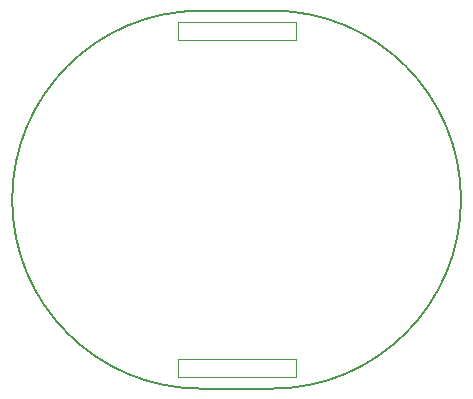
<source format=gbr>
G04 #@! TF.GenerationSoftware,KiCad,Pcbnew,5.1.9-73d0e3b20d~88~ubuntu20.04.1*
G04 #@! TF.CreationDate,2021-03-19T22:30:43+02:00*
G04 #@! TF.ProjectId,nRF5340-Wearable,6e524635-3334-4302-9d57-65617261626c,rev?*
G04 #@! TF.SameCoordinates,Original*
G04 #@! TF.FileFunction,Profile,NP*
%FSLAX46Y46*%
G04 Gerber Fmt 4.6, Leading zero omitted, Abs format (unit mm)*
G04 Created by KiCad (PCBNEW 5.1.9-73d0e3b20d~88~ubuntu20.04.1) date 2021-03-19 22:30:43*
%MOMM*%
%LPD*%
G01*
G04 APERTURE LIST*
G04 #@! TA.AperFunction,Profile*
%ADD10C,0.050000*%
G04 #@! TD*
G04 #@! TA.AperFunction,Profile*
%ADD11C,0.150000*%
G04 #@! TD*
G04 APERTURE END LIST*
D10*
X64000000Y-80500000D02*
X64000000Y-82000000D01*
X74000000Y-80500000D02*
X64000000Y-80500000D01*
X74000000Y-82000000D02*
X74000000Y-80500000D01*
X64000000Y-53500000D02*
X64000000Y-52000000D01*
X74000000Y-53500000D02*
X64000000Y-53500000D01*
X74000000Y-52000000D02*
X74000000Y-53500000D01*
X64000000Y-52000000D02*
X74000000Y-52000000D01*
X74000000Y-82000000D02*
X64000000Y-82000000D01*
D11*
X66000000Y-83000000D02*
X72000000Y-83000000D01*
X66000000Y-51000000D02*
X72000000Y-51000000D01*
X72000000Y-51000000D02*
G75*
G02*
X72000000Y-83000000I0J-16000000D01*
G01*
X66000000Y-83000000D02*
G75*
G02*
X66000000Y-51000000I0J16000000D01*
G01*
M02*

</source>
